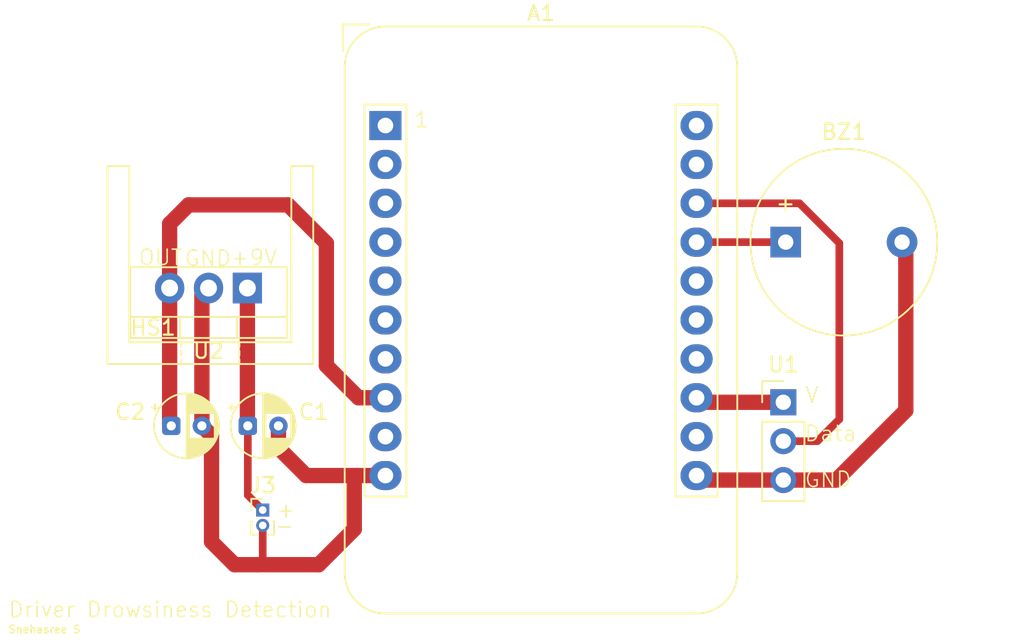
<source format=kicad_pcb>
(kicad_pcb (version 20241229) (generator "pcbnew") (generator_version "9.0")
  (title_block (title "Driver Drowsiness Detection System 1.0") (date "2025-07-03") (company "Snehasree Senthilkumar"))
  (layers (0 "F.Cu" signal) (2 "B.Cu" signal) (13 "F.Paste" user) (15 "B.Paste" user) (5 "F.SilkS" user "F.Silkscreen") (7 "B.SilkS" user "B.Silkscreen") (1 "F.Mask" user) (3 "B.Mask" user) (25 "Edge.Cuts" user))
  (net 0 "")
  (net 8 "Net-(A1-4)")
  (net 10 "GND")
  (net 11 "Net-(BZ1--)")
  (net 17 "Net-(A1-5)")
  (net 18 "+5V")
  (net 19 "Net-(A1-3V)")
  (net 21 "Net-(J3-Pin_1)")
  (footprint "Module:Adafruit_HUZZAH_ESP8266_breakout" (layer "F.Cu") (at 139.68 88.3)
    (property "Reference" "A1" (at 10.16 -7.35 0) (layer "F.SilkS"))
    (property "Value" "Adafruit_HUZZAH_ESP8266_breakout")
    (fp_line (start -2.79 -6.6) (end -1.04 -6.6) (stroke (width 0.12)) (layer "F.SilkS"))
    (fp_line (start -2.79 -4.85) (end -2.79 -6.6) (stroke (width 0.12)) (layer "F.SilkS"))
    (fp_line (start -2.66 -3.81) (end -2.66 29.21) (stroke (width 0.12)) (layer "F.SilkS"))
    (fp_line (start -1.37 -1.37) (end -1.37 24.23) (stroke (width 0.12)) (layer "F.SilkS"))
    (fp_line (start -1.37 24.23) (end 1.37 24.23) (stroke (width 0.12)) (layer "F.SilkS"))
    (fp_line (start 0 -6.47) (end 20.32 -6.47) (stroke (width 0.12)) (layer "F.SilkS"))
    (fp_line (start 0 31.87) (end 20.32 31.87) (stroke (width 0.12)) (layer "F.SilkS"))
    (fp_line (start 1.37 -1.37) (end -1.37 -1.37) (stroke (width 0.12)) (layer "F.SilkS"))
    (fp_line (start 1.37 24.23) (end 1.37 -1.37) (stroke (width 0.12)) (layer "F.SilkS"))
    (fp_line (start 18.95 -1.37) (end 18.95 24.23) (stroke (width 0.12)) (layer "F.SilkS"))
    (fp_line (start 18.95 24.23) (end 21.69 24.23) (stroke (width 0.12)) (layer "F.SilkS"))
    (fp_line (start 21.69 -1.37) (end 18.95 -1.37) (stroke (width 0.12)) (layer "F.SilkS"))
    (fp_line (start 21.69 24.23) (end 21.69 -1.37) (stroke (width 0.12)) (layer "F.SilkS"))
    (fp_line (start 22.98 -3.81) (end 22.98 29.21) (stroke (width 0.12)) (layer "F.SilkS"))
    (fp_arc (start -2.66 -3.81) (mid -1.880904 -5.690904) (end 0 -6.47) (stroke (width 0.12)) (layer "F.SilkS"))
    (fp_arc (start 0 31.87) (mid -1.880904 31.090904) (end -2.66 29.21) (stroke (width 0.12)) (layer "F.SilkS"))
    (fp_arc (start 20.32 -6.47) (mid 22.200904 -5.690904) (end 22.98 -3.81) (stroke (width 0.12)) (layer "F.SilkS"))
    (fp_arc (start 22.98 29.21) (mid 22.200904 31.090904) (end 20.32 31.87) (stroke (width 0.12)) (layer "F.SilkS"))
    (pad "1" thru_hole rect (at 0 0) (size 2.1 1.9) (drill 1.02) (layers "*.Cu" "*.Mask"))
    (pad "2" thru_hole oval (at 0 2.54) (size 2.1 1.9) (drill 1.02) (layers "*.Cu" "*.Mask"))
    (pad "3" thru_hole oval (at 0 5.08) (size 2.1 1.9) (drill 1.02) (layers "*.Cu" "*.Mask"))
    (pad "4" thru_hole oval (at 0 7.62) (size 2.1 1.9) (drill 1.02) (layers "*.Cu" "*.Mask"))
    (pad "5" thru_hole oval (at 0 10.16) (size 2.1 1.9) (drill 1.02) (layers "*.Cu" "*.Mask"))
    (pad "6" thru_hole oval (at 0 12.7) (size 2.1 1.9) (drill 1.02) (layers "*.Cu" "*.Mask"))
    (pad "7" thru_hole oval (at 0 15.24) (size 2.1 1.9) (drill 1.02) (layers "*.Cu" "*.Mask"))
    (pad "8" thru_hole oval (at 0 17.78) (size 2.1 1.9) (drill 1.02) (layers "*.Cu" "*.Mask") (net 18 "+5V"))
    (pad "9" thru_hole oval (at 0 20.32) (size 2.1 1.9) (drill 1.02) (layers "*.Cu" "*.Mask"))
    (pad "10" thru_hole oval (at 0 22.86) (size 2.1 1.9) (drill 1.02) (layers "*.Cu" "*.Mask") (net 10 "GND"))
    (pad "11" thru_hole oval (at 20.32 22.86) (size 2.1 1.9) (drill 1.02) (layers "*.Cu" "*.Mask") (net 11 "Net-(BZ1--)"))
    (pad "12" thru_hole oval (at 20.32 20.32) (size 2.1 1.9) (drill 1.02) (layers "*.Cu" "*.Mask"))
    (pad "13" thru_hole oval (at 20.32 17.78) (size 2.1 1.9) (drill 1.02) (layers "*.Cu" "*.Mask") (net 19 "Net-(A1-3V)"))
    (pad "14" thru_hole oval (at 20.32 15.24) (size 2.1 1.9) (drill 1.02) (layers "*.Cu" "*.Mask"))
    (pad "15" thru_hole oval (at 20.32 12.7) (size 2.1 1.9) (drill 1.02) (layers "*.Cu" "*.Mask"))
    (pad "16" thru_hole oval (at 20.32 10.16) (size 2.1 1.9) (drill 1.02) (layers "*.Cu" "*.Mask"))
    (pad "17" thru_hole oval (at 20.32 7.62) (size 2.1 1.9) (drill 1.02) (layers "*.Cu" "*.Mask") (net 8 "Net-(A1-4)"))
    (pad "18" thru_hole oval (at 20.32 5.08) (size 2.1 1.9) (drill 1.02) (layers "*.Cu" "*.Mask") (net 17 "Net-(A1-5)"))
    (pad "19" thru_hole oval (at 20.32 2.54) (size 2.1 1.9) (drill 1.02) (layers "*.Cu" "*.Mask"))
    (pad "20" thru_hole oval (at 20.32 0) (size 2.1 1.9) (drill 1.02) (layers "*.Cu" "*.Mask"))
  )
  (footprint "Connector_PinHeader_2.54mm:PinHeader_1x03_P2.54mm_Vertical" (layer "F.Cu") (at 165.665 106.375)
    (property "Reference" "U1" (at 0 -2.46 0) (layer "F.SilkS"))
    (property "Value" "IR Eyeblink Sensor")
    (fp_line (start -1.38 -1.38) (end 0 -1.38) (stroke (width 0.12)) (layer "F.SilkS"))
    (fp_line (start -1.38 0) (end -1.38 -1.38) (stroke (width 0.12)) (layer "F.SilkS"))
    (fp_line (start -1.38 1.27) (end -1.38 6.46) (stroke (width 0.12)) (layer "F.SilkS"))
    (fp_line (start -1.38 1.27) (end 1.38 1.27) (stroke (width 0.12)) (layer "F.SilkS"))
    (fp_line (start -1.38 6.46) (end 1.38 6.46) (stroke (width 0.12)) (layer "F.SilkS"))
    (fp_line (start 1.38 1.27) (end 1.38 6.46) (stroke (width 0.12)) (layer "F.SilkS"))
    (pad "1" thru_hole rect (at 0 0) (size 1.7 1.7) (drill 1) (layers "*.Cu" "*.Mask") (net 19 "Net-(A1-3V)"))
    (pad "2" thru_hole circle (at 0 2.54) (size 1.7 1.7) (drill 1) (layers "*.Cu" "*.Mask") (net 17 "Net-(A1-5)"))
    (pad "3" thru_hole circle (at 0 5.08) (size 1.7 1.7) (drill 1) (layers "*.Cu" "*.Mask") (net 11 "Net-(BZ1--)"))
  )
  (footprint "Capacitor_THT:CP_Radial_D4.0mm_P2.00mm" (layer "F.Cu") (at 125.692401 107.915)
    (property "Reference" "C2" (at -2.692401 -0.915 0) (layer "F.SilkS"))
    (property "Value" "10uF")
    (fp_line (start -1.269801 -1.195) (end -0.869801 -1.195) (stroke (width 0.12)) (layer "F.SilkS"))
    (fp_line (start -1.069801 -1.395) (end -1.069801 -0.995) (stroke (width 0.12)) (layer "F.SilkS"))
    (fp_line (start 1 -2.08) (end 1 2.08) (stroke (width 0.12)) (layer "F.SilkS"))
    (fp_line (start 1.04 -2.08) (end 1.04 2.08) (stroke (width 0.12)) (layer "F.SilkS"))
    (fp_line (start 1.08 -2.078) (end 1.08 2.078) (stroke (width 0.12)) (layer "F.SilkS"))
    (fp_line (start 1.12 -2.077) (end 1.12 2.077) (stroke (width 0.12)) (layer "F.SilkS"))
    (fp_line (start 1.16 -2.074) (end 1.16 2.074) (stroke (width 0.12)) (layer "F.SilkS"))
    (fp_line (start 1.2 -2.071) (end 1.2 -0.84) (stroke (width 0.12)) (layer "F.SilkS"))
    (fp_line (start 1.2 0.84) (end 1.2 2.071) (stroke (width 0.12)) (layer "F.SilkS"))
    (fp_line (start 1.24 -2.066) (end 1.24 -0.84) (stroke (width 0.12)) (layer "F.SilkS"))
    (fp_line (start 1.24 0.84) (end 1.24 2.066) (stroke (width 0.12)) (layer "F.SilkS"))
    (fp_line (start 1.28 -2.061) (end 1.28 -0.84) (stroke (width 0.12)) (layer "F.SilkS"))
    (fp_line (start 1.28 0.84) (end 1.28 2.061) (stroke (width 0.12)) (layer "F.SilkS"))
    (fp_line (start 1.32 -2.056) (end 1.32 -0.84) (stroke (width 0.12)) (layer "F.SilkS"))
    (fp_line (start 1.32 0.84) (end 1.32 2.056) (stroke (width 0.12)) (layer "F.SilkS"))
    (fp_line (start 1.36 -2.049) (end 1.36 -0.84) (stroke (width 0.12)) (layer "F.SilkS"))
    (fp_line (start 1.36 0.84) (end 1.36 2.049) (stroke (width 0.12)) (layer "F.SilkS"))
    (fp_line (start 1.4 -2.042) (end 1.4 -0.84) (stroke (width 0.12)) (layer "F.SilkS"))
    (fp_line (start 1.4 0.84) (end 1.4 2.042) (stroke (width 0.12)) (layer "F.SilkS"))
    (fp_line (start 1.44 -2.034) (end 1.44 -0.84) (stroke (width 0.12)) (layer "F.SilkS"))
    (fp_line (start 1.44 0.84) (end 1.44 2.034) (stroke (width 0.12)) (layer "F.SilkS"))
    (fp_line (start 1.48 -2.025) (end 1.48 -0.84) (stroke (width 0.12)) (layer "F.SilkS"))
    (fp_line (start 1.48 0.84) (end 1.48 2.025) (stroke (width 0.12)) (layer "F.SilkS"))
    (fp_line (start 1.52 -2.015) (end 1.52 -0.84) (stroke (width 0.12)) (layer "F.SilkS"))
    (fp_line (start 1.52 0.84) (end 1.52 2.015) (stroke (width 0.12)) (layer "F.SilkS"))
    (fp_line (start 1.56 -2.005) (end 1.56 -0.84) (stroke (width 0.12)) (layer "F.SilkS"))
    (fp_line (start 1.56 0.84) (end 1.56 2.005) (stroke (width 0.12)) (layer "F.SilkS"))
    (fp_line (start 1.6 -1.993) (end 1.6 -0.84) (stroke (width 0.12)) (layer "F.SilkS"))
    (fp_line (start 1.6 0.84) (end 1.6 1.993) (stroke (width 0.12)) (layer "F.SilkS"))
    (fp_line (start 1.64 -1.981) (end 1.64 -0.84) (stroke (width 0.12)) (layer "F.SilkS"))
    (fp_line (start 1.64 0.84) (end 1.64 1.981) (stroke (width 0.12)) (layer "F.SilkS"))
    (fp_line (start 1.68 -1.968) (end 1.68 -0.84) (stroke (width 0.12)) (layer "F.SilkS"))
    (fp_line (start 1.68 0.84) (end 1.68 1.968) (stroke (width 0.12)) (layer "F.SilkS"))
    (fp_line (start 1.72 -1.954) (end 1.72 -0.84) (stroke (width 0.12)) (layer "F.SilkS"))
    (fp_line (start 1.72 0.84) (end 1.72 1.954) (stroke (width 0.12)) (layer "F.SilkS"))
    (fp_line (start 1.76 -1.939) (end 1.76 -0.84) (stroke (width 0.12)) (layer "F.SilkS"))
    (fp_line (start 1.76 0.84) (end 1.76 1.939) (stroke (width 0.12)) (layer "F.SilkS"))
    (fp_line (start 1.8 -1.923) (end 1.8 -0.84) (stroke (width 0.12)) (layer "F.SilkS"))
    (fp_line (start 1.8 0.84) (end 1.8 1.923) (stroke (width 0.12)) (layer "F.SilkS"))
    (fp_line (start 1.84 -1.906) (end 1.84 -0.84) (stroke (width 0.12)) (layer "F.SilkS"))
    (fp_line (start 1.84 0.84) (end 1.84 1.906) (stroke (width 0.12)) (layer "F.SilkS"))
    (fp_line (start 1.88 -1.889) (end 1.88 -0.84) (stroke (width 0.12)) (layer "F.SilkS"))
    (fp_line (start 1.88 0.84) (end 1.88 1.889) (stroke (width 0.12)) (layer "F.SilkS"))
    (fp_line (start 1.92 -1.87) (end 1.92 -0.84) (stroke (width 0.12)) (layer "F.SilkS"))
    (fp_line (start 1.92 0.84) (end 1.92 1.87) (stroke (width 0.12)) (layer "F.SilkS"))
    (fp_line (start 1.96 -1.85) (end 1.96 -0.84) (stroke (width 0.12)) (layer "F.SilkS"))
    (fp_line (start 1.96 0.84) (end 1.96 1.85) (stroke (width 0.12)) (layer "F.SilkS"))
    (fp_line (start 2 -1.829) (end 2 -0.84) (stroke (width 0.12)) (layer "F.SilkS"))
    (fp_line (start 2 0.84) (end 2 1.829) (stroke (width 0.12)) (layer "F.SilkS"))
    (fp_line (start 2.04 -1.807) (end 2.04 -0.84) (stroke (width 0.12)) (layer "F.SilkS"))
    (fp_line (start 2.04 0.84) (end 2.04 1.807) (stroke (width 0.12)) (layer "F.SilkS"))
    (fp_line (start 2.08 -1.784) (end 2.08 -0.84) (stroke (width 0.12)) (layer "F.SilkS"))
    (fp_line (start 2.08 0.84) (end 2.08 1.784) (stroke (width 0.12)) (layer "F.SilkS"))
    (fp_line (start 2.12 -1.76) (end 2.12 -0.84) (stroke (width 0.12)) (layer "F.SilkS"))
    (fp_line (start 2.12 0.84) (end 2.12 1.76) (stroke (width 0.12)) (layer "F.SilkS"))
    (fp_line (start 2.16 -1.734) (end 2.16 -0.84) (stroke (width 0.12)) (layer "F.SilkS"))
    (fp_line (start 2.16 0.84) (end 2.16 1.734) (stroke (width 0.12)) (layer "F.SilkS"))
    (fp_line (start 2.2 -1.708) (end 2.2 -0.84) (stroke (width 0.12)) (layer "F.SilkS"))
    (fp_line (start 2.2 0.84) (end 2.2 1.708) (stroke (width 0.12)) (layer "F.SilkS"))
    (fp_line (start 2.24 -1.68) (end 2.24 -0.84) (stroke (width 0.12)) (layer "F.SilkS"))
    (fp_line (start 2.24 0.84) (end 2.24 1.68) (stroke (width 0.12)) (layer "F.SilkS"))
    (fp_line (start 2.28 -1.65) (end 2.28 -0.84) (stroke (width 0.12)) (layer "F.SilkS"))
    (fp_line (start 2.28 0.84) (end 2.28 1.65) (stroke (width 0.12)) (layer "F.SilkS"))
    (fp_line (start 2.32 -1.619) (end 2.32 -0.84) (stroke (width 0.12)) (layer "F.SilkS"))
    (fp_line (start 2.32 0.84) (end 2.32 1.619) (stroke (width 0.12)) (layer "F.SilkS"))
    (fp_line (start 2.36 -1.586) (end 2.36 -0.84) (stroke (width 0.12)) (layer "F.SilkS"))
    (fp_line (start 2.36 0.84) (end 2.36 1.586) (stroke (width 0.12)) (layer "F.SilkS"))
    (fp_line (start 2.4 -1.552) (end 2.4 -0.84) (stroke (width 0.12)) (layer "F.SilkS"))
    (fp_line (start 2.4 0.84) (end 2.4 1.552) (stroke (width 0.12)) (layer "F.SilkS"))
    (fp_line (start 2.44 -1.516) (end 2.44 -0.84) (stroke (width 0.12)) (layer "F.SilkS"))
    (fp_line (start 2.44 0.84) (end 2.44 1.516) (stroke (width 0.12)) (layer "F.SilkS"))
    (fp_line (start 2.48 -1.478) (end 2.48 -0.84) (stroke (width 0.12)) (layer "F.SilkS"))
    (fp_line (start 2.48 0.84) (end 2.48 1.478) (stroke (width 0.12)) (layer "F.SilkS"))
    (fp_line (start 2.52 -1.438) (end 2.52 -0.84) (stroke (width 0.12)) (layer "F.SilkS"))
    (fp_line (start 2.52 0.84) (end 2.52 1.438) (stroke (width 0.12)) (layer "F.SilkS"))
    (fp_line (start 2.56 -1.396) (end 2.56 -0.84) (stroke (width 0.12)) (layer "F.SilkS"))
    (fp_line (start 2.56 0.84) (end 2.56 1.396) (stroke (width 0.12)) (layer "F.SilkS"))
    (fp_line (start 2.6 -1.351) (end 2.6 -0.84) (stroke (width 0.12)) (layer "F.SilkS"))
    (fp_line (start 2.6 0.84) (end 2.6 1.351) (stroke (width 0.12)) (layer "F.SilkS"))
    (fp_line (start 2.64 -1.303) (end 2.64 -0.84) (stroke (width 0.12)) (layer "F.SilkS"))
    (fp_line (start 2.64 0.84) (end 2.64 1.303) (stroke (width 0.12)) (layer "F.SilkS"))
    (fp_line (start 2.68 -1.253) (end 2.68 -0.84) (stroke (width 0.12)) (layer "F.SilkS"))
    (fp_line (start 2.68 0.84) (end 2.68 1.253) (stroke (width 0.12)) (layer "F.SilkS"))
    (fp_line (start 2.72 -1.199) (end 2.72 -0.84) (stroke (width 0.12)) (layer "F.SilkS"))
    (fp_line (start 2.72 0.84) (end 2.72 1.199) (stroke (width 0.12)) (layer "F.SilkS"))
    (fp_line (start 2.76 -1.142) (end 2.76 -0.84) (stroke (width 0.12)) (layer "F.SilkS"))
    (fp_line (start 2.76 0.84) (end 2.76 1.142) (stroke (width 0.12)) (layer "F.SilkS"))
    (fp_line (start 2.8 -1.08) (end 2.8 -0.84) (stroke (width 0.12)) (layer "F.SilkS"))
    (fp_line (start 2.8 0.84) (end 2.8 1.08) (stroke (width 0.12)) (layer "F.SilkS"))
    (fp_line (start 2.84 -1.013) (end 2.84 1.013) (stroke (width 0.12)) (layer "F.SilkS"))
    (fp_line (start 2.88 -0.94) (end 2.88 0.94) (stroke (width 0.12)) (layer "F.SilkS"))
    (fp_line (start 2.92 -0.859) (end 2.92 0.859) (stroke (width 0.12)) (layer "F.SilkS"))
    (fp_line (start 2.96 -0.768) (end 2.96 0.768) (stroke (width 0.12)) (layer "F.SilkS"))
    (fp_line (start 3 -0.663) (end 3 0.663) (stroke (width 0.12)) (layer "F.SilkS"))
    (fp_line (start 3.04 -0.537) (end 3.04 0.537) (stroke (width 0.12)) (layer "F.SilkS"))
    (fp_line (start 3.08 -0.37) (end 3.08 0.37) (stroke (width 0.12)) (layer "F.SilkS"))
    (fp_circle (center 1 0) (end 3.12 0) (stroke (width 0.12)) (fill no) (layer "F.SilkS"))
    (pad "1" thru_hole roundrect (at 0 0) (size 1.2 1.2) (drill 0.6) (layers "*.Cu" "*.Mask") (roundrect_rratio 0.208333) (net 18 "+5V"))
    (pad "2" thru_hole circle (at 2 0) (size 1.2 1.2) (drill 0.6) (layers "*.Cu" "*.Mask") (net 10 "GND"))
  )
  (footprint "Connector_PinHeader_1.00mm:PinHeader_1x02_P1.00mm_Vertical" (layer "F.Cu") (at 131.665 113.415)
    (property "Reference" "J3" (at 0 -1.61 0) (layer "F.SilkS"))
    (property "Value" "Conn_01x02_Pin")
    (fp_line (start -0.745 -0.735) (end 0 -0.735) (stroke (width 0.12)) (layer "F.SilkS"))
    (fp_line (start -0.745 0) (end -0.745 -0.735) (stroke (width 0.12)) (layer "F.SilkS"))
    (fp_line (start -0.745 0.735) (end -0.745 1.61) (stroke (width 0.12)) (layer "F.SilkS"))
    (fp_line (start -0.745 0.735) (end -0.685565 0.735) (stroke (width 0.12)) (layer "F.SilkS"))
    (fp_line (start -0.745 1.61) (end -0.41003 1.61) (stroke (width 0.12)) (layer "F.SilkS"))
    (fp_line (start 0.41003 1.61) (end 0.745 1.61) (stroke (width 0.12)) (layer "F.SilkS"))
    (fp_line (start 0.685565 0.735) (end 0.745 0.735) (stroke (width 0.12)) (layer "F.SilkS"))
    (fp_line (start 0.745 0.735) (end 0.745 1.61) (stroke (width 0.12)) (layer "F.SilkS"))
    (pad "1" thru_hole rect (at 0 0) (size 0.85 0.85) (drill 0.5) (layers "*.Cu" "*.Mask") (net 21 "Net-(J3-Pin_1)"))
    (pad "2" thru_hole circle (at 0 1) (size 0.85 0.85) (drill 0.5) (layers "*.Cu" "*.Mask") (net 10 "GND"))
  )
  (footprint "Buzzer_Beeper:Buzzer_12x9.5RM7.6" (layer "F.Cu") (at 165.8225 95.915)
    (property "Reference" "BZ1" (at 3.8 -7.2 0) (layer "F.SilkS"))
    (property "Value" "Buzzer")
    (fp_circle (center 3.8 0) (end 9.9 0) (stroke (width 0.12)) (fill no) (layer "F.SilkS"))
    (fp_text user "+" (at -0.01 -2.54 0) (layer "F.SilkS"))
    (pad "1" thru_hole rect (at 0 0) (size 2 2) (drill 1) (layers "*.Cu" "*.Mask") (net 8 "Net-(A1-4)"))
    (pad "2" thru_hole circle (at 7.6 0) (size 2 2) (drill 1) (layers "*.Cu" "*.Mask") (net 11 "Net-(BZ1--)"))
  )
  (footprint "Capacitor_THT:CP_Radial_D4.0mm_P2.00mm" (layer "F.Cu") (at 130.692401 107.915)
    (property "Reference" "C1" (at 4.307599 -0.915 0) (layer "F.SilkS"))
    (property "Value" "10uF")
    (fp_line (start -1.269801 -1.195) (end -0.869801 -1.195) (stroke (width 0.12)) (layer "F.SilkS"))
    (fp_line (start -1.069801 -1.395) (end -1.069801 -0.995) (stroke (width 0.12)) (layer "F.SilkS"))
    (fp_line (start 1 -2.08) (end 1 2.08) (stroke (width 0.12)) (layer "F.SilkS"))
    (fp_line (start 1.04 -2.08) (end 1.04 2.08) (stroke (width 0.12)) (layer "F.SilkS"))
    (fp_line (start 1.08 -2.078) (end 1.08 2.078) (stroke (width 0.12)) (layer "F.SilkS"))
    (fp_line (start 1.12 -2.077) (end 1.12 2.077) (stroke (width 0.12)) (layer "F.SilkS"))
    (fp_line (start 1.16 -2.074) (end 1.16 2.074) (stroke (width 0.12)) (layer "F.SilkS"))
    (fp_line (start 1.2 -2.071) (end 1.2 -0.84) (stroke (width 0.12)) (layer "F.SilkS"))
    (fp_line (start 1.2 0.84) (end 1.2 2.071) (stroke (width 0.12)) (layer "F.SilkS"))
    (fp_line (start 1.24 -2.066) (end 1.24 -0.84) (stroke (width 0.12)) (layer "F.SilkS"))
    (fp_line (start 1.24 0.84) (end 1.24 2.066) (stroke (width 0.12)) (layer "F.SilkS"))
    (fp_line (start 1.28 -2.061) (end 1.28 -0.84) (stroke (width 0.12)) (layer "F.SilkS"))
    (fp_line (start 1.28 0.84) (end 1.28 2.061) (stroke (width 0.12)) (layer "F.SilkS"))
    (fp_line (start 1.32 -2.056) (end 1.32 -0.84) (stroke (width 0.12)) (layer "F.SilkS"))
    (fp_line (start 1.32 0.84) (end 1.32 2.056) (stroke (width 0.12)) (layer "F.SilkS"))
    (fp_line (start 1.36 -2.049) (end 1.36 -0.84) (stroke (width 0.12)) (layer "F.SilkS"))
    (fp_line (start 1.36 0.84) (end 1.36 2.049) (stroke (width 0.12)) (layer "F.SilkS"))
    (fp_line (start 1.4 -2.042) (end 1.4 -0.84) (stroke (width 0.12)) (layer "F.SilkS"))
    (fp_line (start 1.4 0.84) (end 1.4 2.042) (stroke (width 0.12)) (layer "F.SilkS"))
    (fp_line (start 1.44 -2.034) (end 1.44 -0.84) (stroke (width 0.12)) (layer "F.SilkS"))
    (fp_line (start 1.44 0.84) (end 1.44 2.034) (stroke (width 0.12)) (layer "F.SilkS"))
    (fp_line (start 1.48 -2.025) (end 1.48 -0.84) (stroke (width 0.12)) (layer "F.SilkS"))
    (fp_line (start 1.48 0.84) (end 1.48 2.025) (stroke (width 0.12)) (layer "F.SilkS"))
    (fp_line (start 1.52 -2.015) (end 1.52 -0.84) (stroke (width 0.12)) (layer "F.SilkS"))
    (fp_line (start 1.52 0.84) (end 1.52 2.015) (stroke (width 0.12)) (layer "F.SilkS"))
    (fp_line (start 1.56 -2.005) (end 1.56 -0.84) (stroke (width 0.12)) (layer "F.SilkS"))
    (fp_line (start 1.56 0.84) (end 1.56 2.005) (stroke (width 0.12)) (layer "F.SilkS"))
    (fp_line (start 1.6 -1.993) (end 1.6 -0.84) (stroke (width 0.12)) (layer "F.SilkS"))
    (fp_line (start 1.6 0.84) (end 1.6 1.993) (stroke (width 0.12)) (layer "F.SilkS"))
    (fp_line (start 1.64 -1.981) (end 1.64 -0.84) (stroke (width 0.12)) (layer "F.SilkS"))
    (fp_line (start 1.64 0.84) (end 1.64 1.981) (stroke (width 0.12)) (layer "F.SilkS"))
    (fp_line (start 1.68 -1.968) (end 1.68 -0.84) (stroke (width 0.12)) (layer "F.SilkS"))
    (fp_line (start 1.68 0.84) (end 1.68 1.968) (stroke (width 0.12)) (layer "F.SilkS"))
    (fp_line (start 1.72 -1.954) (end 1.72 -0.84) (stroke (width 0.12)) (layer "F.SilkS"))
    (fp_line (start 1.72 0.84) (end 1.72 1.954) (stroke (width 0.12)) (layer "F.SilkS"))
    (fp_line (start 1.76 -1.939) (end 1.76 -0.84) (stroke (width 0.12)) (layer "F.SilkS"))
    (fp_line (start 1.76 0.84) (end 1.76 1.939) (stroke (width 0.12)) (layer "F.SilkS"))
    (fp_line (start 1.8 -1.923) (end 1.8 -0.84) (stroke (width 0.12)) (layer "F.SilkS"))
    (fp_line (start 1.8 0.84) (end 1.8 1.923) (stroke (width 0.12)) (layer "F.SilkS"))
    (fp_line (start 1.84 -1.906) (end 1.84 -0.84) (stroke (width 0.12)) (layer "F.SilkS"))
    (fp_line (start 1.84 0.84) (end 1.84 1.906) (stroke (width 0.12)) (layer "F.SilkS"))
    (fp_line (start 1.88 -1.889) (end 1.88 -0.84) (stroke (width 0.12)) (layer "F.SilkS"))
    (fp_line (start 1.88 0.84) (end 1.88 1.889) (stroke (width 0.12)) (layer "F.SilkS"))
    (fp_line (start 1.92 -1.87) (end 1.92 -0.84) (stroke (width 0.12)) (layer "F.SilkS"))
    (fp_line (start 1.92 0.84) (end 1.92 1.87) (stroke (width 0.12)) (layer "F.SilkS"))
    (fp_line (start 1.96 -1.85) (end 1.96 -0.84) (stroke (width 0.12)) (layer "F.SilkS"))
    (fp_line (start 1.96 0.84) (end 1.96 1.85) (stroke (width 0.12)) (layer "F.SilkS"))
    (fp_line (start 2 -1.829) (end 2 -0.84) (stroke (width 0.12)) (layer "F.SilkS"))
    (fp_line (start 2 0.84) (end 2 1.829) (stroke (width 0.12)) (layer "F.SilkS"))
    (fp_line (start 2.04 -1.807) (end 2.04 -0.84) (stroke (width 0.12)) (layer "F.SilkS"))
    (fp_line (start 2.04 0.84) (end 2.04 1.807) (stroke (width 0.12)) (layer "F.SilkS"))
    (fp_line (start 2.08 -1.784) (end 2.08 -0.84) (stroke (width 0.12)) (layer "F.SilkS"))
    (fp_line (start 2.08 0.84) (end 2.08 1.784) (stroke (width 0.12)) (layer "F.SilkS"))
    (fp_line (start 2.12 -1.76) (end 2.12 -0.84) (stroke (width 0.12)) (layer "F.SilkS"))
    (fp_line (start 2.12 0.84) (end 2.12 1.76) (stroke (width 0.12)) (layer "F.SilkS"))
    (fp_line (start 2.16 -1.734) (end 2.16 -0.84) (stroke (width 0.12)) (layer "F.SilkS"))
    (fp_line (start 2.16 0.84) (end 2.16 1.734) (stroke (width 0.12)) (layer "F.SilkS"))
    (fp_line (start 2.2 -1.708) (end 2.2 -0.84) (stroke (width 0.12)) (layer "F.SilkS"))
    (fp_line (start 2.2 0.84) (end 2.2 1.708) (stroke (width 0.12)) (layer "F.SilkS"))
    (fp_line (start 2.24 -1.68) (end 2.24 -0.84) (stroke (width 0.12)) (layer "F.SilkS"))
    (fp_line (start 2.24 0.84) (end 2.24 1.68) (stroke (width 0.12)) (layer "F.SilkS"))
    (fp_line (start 2.28 -1.65) (end 2.28 -0.84) (stroke (width 0.12)) (layer "F.SilkS"))
    (fp_line (start 2.28 0.84) (end 2.28 1.65) (stroke (width 0.12)) (layer "F.SilkS"))
    (fp_line (start 2.32 -1.619) (end 2.32 -0.84) (stroke (width 0.12)) (layer "F.SilkS"))
    (fp_line (start 2.32 0.84) (end 2.32 1.619) (stroke (width 0.12)) (layer "F.SilkS"))
    (fp_line (start 2.36 -1.586) (end 2.36 -0.84) (stroke (width 0.12)) (layer "F.SilkS"))
    (fp_line (start 2.36 0.84) (end 2.36 1.586) (stroke (width 0.12)) (layer "F.SilkS"))
    (fp_line (start 2.4 -1.552) (end 2.4 -0.84) (stroke (width 0.12)) (layer "F.SilkS"))
    (fp_line (start 2.4 0.84) (end 2.4 1.552) (stroke (width 0.12)) (layer "F.SilkS"))
    (fp_line (start 2.44 -1.516) (end 2.44 -0.84) (stroke (width 0.12)) (layer "F.SilkS"))
    (fp_line (start 2.44 0.84) (end 2.44 1.516) (stroke (width 0.12)) (layer "F.SilkS"))
    (fp_line (start 2.48 -1.478) (end 2.48 -0.84) (stroke (width 0.12)) (layer "F.SilkS"))
    (fp_line (start 2.48 0.84) (end 2.48 1.478) (stroke (width 0.12)) (layer "F.SilkS"))
    (fp_line (start 2.52 -1.438) (end 2.52 -0.84) (stroke (width 0.12)) (layer "F.SilkS"))
    (fp_line (start 2.52 0.84) (end 2.52 1.438) (stroke (width 0.12)) (layer "F.SilkS"))
    (fp_line (start 2.56 -1.396) (end 2.56 -0.84) (stroke (width 0.12)) (layer "F.SilkS"))
    (fp_line (start 2.56 0.84) (end 2.56 1.396) (stroke (width 0.12)) (layer "F.SilkS"))
    (fp_line (start 2.6 -1.351) (end 2.6 -0.84) (stroke (width 0.12)) (layer "F.SilkS"))
    (fp_line (start 2.6 0.84) (end 2.6 1.351) (stroke (width 0.12)) (layer "F.SilkS"))
    (fp_line (start 2.64 -1.303) (end 2.64 -0.84) (stroke (width 0.12)) (layer "F.SilkS"))
    (fp_line (start 2.64 0.84) (end 2.64 1.303) (stroke (width 0.12)) (layer "F.SilkS"))
    (fp_line (start 2.68 -1.253) (end 2.68 -0.84) (stroke (width 0.12)) (layer "F.SilkS"))
    (fp_line (start 2.68 0.84) (end 2.68 1.253) (stroke (width 0.12)) (layer "F.SilkS"))
    (fp_line (start 2.72 -1.199) (end 2.72 -0.84) (stroke (width 0.12)) (layer "F.SilkS"))
    (fp_line (start 2.72 0.84) (end 2.72 1.199) (stroke (width 0.12)) (layer "F.SilkS"))
    (fp_line (start 2.76 -1.142) (end 2.76 -0.84) (stroke (width 0.12)) (layer "F.SilkS"))
    (fp_line (start 2.76 0.84) (end 2.76 1.142) (stroke (width 0.12)) (layer "F.SilkS"))
    (fp_line (start 2.8 -1.08) (end 2.8 -0.84) (stroke (width 0.12)) (layer "F.SilkS"))
    (fp_line (start 2.8 0.84) (end 2.8 1.08) (stroke (width 0.12)) (layer "F.SilkS"))
    (fp_line (start 2.84 -1.013) (end 2.84 1.013) (stroke (width 0.12)) (layer "F.SilkS"))
    (fp_line (start 2.88 -0.94) (end 2.88 0.94) (stroke (width 0.12)) (layer "F.SilkS"))
    (fp_line (start 2.92 -0.859) (end 2.92 0.859) (stroke (width 0.12)) (layer "F.SilkS"))
    (fp_line (start 2.96 -0.768) (end 2.96 0.768) (stroke (width 0.12)) (layer "F.SilkS"))
    (fp_line (start 3 -0.663) (end 3 0.663) (stroke (width 0.12)) (layer "F.SilkS"))
    (fp_line (start 3.04 -0.537) (end 3.04 0.537) (stroke (width 0.12)) (layer "F.SilkS"))
    (fp_line (start 3.08 -0.37) (end 3.08 0.37) (stroke (width 0.12)) (layer "F.SilkS"))
    (fp_circle (center 1 0) (end 3.12 0) (stroke (width 0.12)) (fill no) (layer "F.SilkS"))
    (pad "1" thru_hole roundrect (at 0 0) (size 1.2 1.2) (drill 0.6) (layers "*.Cu" "*.Mask") (roundrect_rratio 0.208333) (net 21 "Net-(J3-Pin_1)"))
    (pad "2" thru_hole circle (at 2 0) (size 1.2 1.2) (drill 0.6) (layers "*.Cu" "*.Mask") (net 10 "GND"))
  )
  (footprint "Heatsink:Heatsink_Stonecold_HS-S03_13.21x12.7mm" (layer "F.Cu") (at 128.245 103.765 180)
    (property "Reference" "HS1" (at 3.745 2.265 0) (layer "F.SilkS"))
    (property "Value" "Heatsink")
    (fp_line (start 6.72 -0.11) (end 6.72 12.81) (stroke (width 0.12)) (layer "F.SilkS"))
    (fp_line (start 5.29 12.81) (end 6.72 12.81) (stroke (width 0.12)) (layer "F.SilkS"))
    (fp_line (start 5.29 1.31) (end 5.29 12.81) (stroke (width 0.12)) (layer "F.SilkS"))
    (fp_line (start 1.9 1.01) (end 1.9 1.31) (stroke (width 0.12)) (layer "F.SilkS"))
    (fp_line (start 1.9 0.45) (end 1.9 0.75) (stroke (width 0.12)) (layer "F.SilkS"))
    (fp_line (start 1.9 -0.11) (end 1.9 0.19) (stroke (width 0.12)) (layer "F.SilkS"))
    (fp_line (start -1.9 1.01) (end -1.9 1.31) (stroke (width 0.12)) (layer "F.SilkS"))
    (fp_line (start -1.9 0.45) (end -1.9 0.75) (stroke (width 0.12)) (layer "F.SilkS"))
    (fp_line (start -1.9 -0.11) (end -1.9 0.19) (stroke (width 0.12)) (layer "F.SilkS"))
    (fp_line (start -5.29 12.81) (end -5.29 1.31) (stroke (width 0.12)) (layer "F.SilkS"))
    (fp_line (start -5.29 1.31) (end 5.29 1.31) (stroke (width 0.12)) (layer "F.SilkS"))
    (fp_line (start -6.72 12.81) (end -5.29 12.81) (stroke (width 0.12)) (layer "F.SilkS"))
    (fp_line (start -6.72 -0.11) (end 6.72 -0.11) (stroke (width 0.12)) (layer "F.SilkS"))
    (fp_line (start -6.72 -0.11) (end -6.72 12.81) (stroke (width 0.12)) (layer "F.SilkS"))
  )
  (footprint "Package_TO_SOT_THT:TO-220-3_Vertical" (layer "F.Cu") (at 130.665 98.915 180)
    (property "Reference" "U2" (at 2.54 -4.1 0) (layer "F.SilkS"))
    (property "Value" "LM7805_TO220")
    (fp_line (start 7.65 -3.26) (end 7.65 1.36) (stroke (width 0.12)) (layer "F.SilkS"))
    (fp_line (start 4.39 -3.26) (end 4.39 -1.88) (stroke (width 0.12)) (layer "F.SilkS"))
    (fp_line (start 0.69 -3.26) (end 0.69 -1.88) (stroke (width 0.12)) (layer "F.SilkS"))
    (fp_line (start -2.57 1.36) (end 7.65 1.36) (stroke (width 0.12)) (layer "F.SilkS"))
    (fp_line (start -2.57 -1.88) (end 7.65 -1.88) (stroke (width 0.12)) (layer "F.SilkS"))
    (fp_line (start -2.57 -3.26) (end 7.65 -3.26) (stroke (width 0.12)) (layer "F.SilkS"))
    (fp_line (start -2.57 -3.26) (end -2.57 1.36) (stroke (width 0.12)) (layer "F.SilkS"))
    (pad "1" thru_hole rect (at 0 0 180) (size 1.905 2) (drill 1.1) (layers "*.Cu" "*.Mask") (net 21 "Net-(J3-Pin_1)"))
    (pad "2" thru_hole oval (at 2.54 0 180) (size 1.905 2) (drill 1.1) (layers "*.Cu" "*.Mask") (net 10 "GND"))
    (pad "3" thru_hole oval (at 5.08 0 180) (size 1.905 2) (drill 1.1) (layers "*.Cu" "*.Mask") (net 18 "+5V"))
  )
  (gr_text "Driver Drowsiness Detection " (at 115 120.5 0) (layer "F.SilkS") (effects (font (size 1 1) (thickness 0.1)) (justify left bottom)))
  (gr_text "-\n" (at 132.41 115.025 0) (layer "F.SilkS") (effects (font (size 1 1) (thickness 0.1)) (justify left bottom)))
  (gr_text "V\n" (at 167.045 106.5 0) (layer "F.SilkS") (effects (font (size 1 1) (thickness 0.1)) (justify left bottom)))
  (gr_text "GND\n" (at 126.5 97.555 0) (layer "F.SilkS") (effects (font (size 1 1) (thickness 0.1)) (justify left bottom)))
  (gr_text "+9V\n" (at 129.5 97.5 0) (layer "F.SilkS") (effects (font (size 1 1) (thickness 0.1)) (justify left bottom)))
  (gr_text "Data" (at 167 109 0) (layer "F.SilkS") (effects (font (size 1 1) (thickness 0.1)) (justify left bottom)))
  (gr_text "+\n" (at 132.5 114 0) (layer "F.SilkS") (effects (font (size 1 1) (thickness 0.1)) (justify left bottom)))
  (gr_text "1\n" (at 141.5 88.5 0) (layer "F.SilkS") (effects (font (size 1 1) (thickness 0.1)) (justify left bottom)))
  (gr_text "GND" (at 167 112 0) (layer "F.SilkS") (effects (font (size 1 1) (thickness 0.1)) (justify left bottom)))
  (gr_text "Snehasree S" (at 115 121.5 0) (layer "F.SilkS") (effects (font (size 0.5 0.5) (thickness 0.1)) (justify left bottom)))
  (gr_text "OUT\n" (at 123.5 97.5 0) (layer "F.SilkS") (effects (font (size 1 1) (thickness 0.1)) (justify left bottom)))
  (segment (start 160.005 95.915) (end 160 95.92) (width 0.2) (layer "F.Cu") (net 8))
  (segment (start 165.865 95.915) (end 160.005 95.915) (width 0.5) (layer "F.Cu") (net 8))
  (segment (start 128.125 98.915) (end 127.692401 99.347599) (width 0.2) (layer "F.Cu") (net 10))
  (segment (start 131.665 116.64) (end 131.3225 116.9825) (width 0.2) (layer "F.Cu") (net 10))
  (segment (start 131.3225 116.9825) (end 135.3225 116.9825) (width 1) (layer "F.Cu") (net 10))
  (segment (start 127.692401 107.887599) (end 127.665 107.915) (width 0.2) (layer "F.Cu") (net 10))
  (segment (start 137.645 114.66) (end 137.645 111.16) (width 1) (layer "F.Cu") (net 10))
  (segment (start 135.3225 116.9825) (end 137.645 114.66) (width 1) (layer "F.Cu") (net 10))
  (segment (start 137.645 111.16) (end 137.92 111.16) (width 0.2) (layer "F.Cu") (net 10))
  (segment (start 127.692401 107.915) (end 128.3225 108.545099) (width 1) (layer "F.Cu") (net 10))
  (segment (start 132.692401 109.352401) (end 134.5 111.16) (width 1) (layer "F.Cu") (net 10))
  (segment (start 132.692401 107.915) (end 132.692401 109.352401) (width 1) (layer "F.Cu") (net 10))
  (segment (start 131.665 114.415) (end 131.665 116.64) (width 0.5) (layer "F.Cu") (net 10))
  (segment (start 128.3225 108.545099) (end 128.3225 115.4825) (width 1) (layer "F.Cu") (net 10))
  (segment (start 128.3225 115.4825) (end 129.8225 116.9825) (width 1) (layer "F.Cu") (net 10))
  (segment (start 129.8225 116.9825) (end 131.3225 116.9825) (width 1) (layer "F.Cu") (net 10))
  (segment (start 134.5 111.16) (end 137.92 111.16) (width 1) (layer "F.Cu") (net 10))
  (segment (start 127.692401 99.347599) (end 127.692401 107.887599) (width 1) (layer "F.Cu") (net 10))
  (segment (start 137.92 111.16) (end 139.68 111.16) (width 1) (layer "F.Cu") (net 10))
  (segment (start 173.665 106.915) (end 169.125 111.455) (width 1) (layer "F.Cu") (net 11))
  (segment (start 165.665 111.455) (end 160.295 111.455) (width 1) (layer "F.Cu") (net 11))
  (segment (start 160.295 111.455) (end 160 111.16) (width 0.2) (layer "F.Cu") (net 11))
  (segment (start 169.125 111.455) (end 165.665 111.455) (width 1) (layer "F.Cu") (net 11))
  (segment (start 173.465 95.915) (end 173.665 96.115) (width 0.2) (layer "F.Cu") (net 11))
  (segment (start 173.665 96.115) (end 173.665 106.915) (width 1) (layer "F.Cu") (net 11))
  (segment (start 166.72 93.38) (end 160 93.38) (width 0.5) (layer "F.Cu") (net 17))
  (segment (start 169.3225 95.9825) (end 166.72 93.38) (width 0.5) (layer "F.Cu") (net 17))
  (segment (start 165.665 108.915) (end 167.89 108.915) (width 0.5) (layer "F.Cu") (net 17))
  (segment (start 167.89 108.915) (end 169.3225 107.4825) (width 0.5) (layer "F.Cu") (net 17))
  (segment (start 169.3225 107.4825) (end 169.3225 95.9825) (width 0.5) (layer "F.Cu") (net 17))
  (segment (start 125.585 107.835) (end 125.665 107.915) (width 0.2) (layer "F.Cu") (net 18))
  (segment (start 125.585 98.915) (end 125.585 107.835) (width 1) (layer "F.Cu") (net 18))
  (segment (start 135.8225 103.9825) (end 137.92 106.08) (width 1) (layer "F.Cu") (net 18))
  (segment (start 125.585 94.72) (end 126.8225 93.4825) (width 1) (layer "F.Cu") (net 18))
  (segment (start 135.8225 95.9825) (end 135.8225 103.9825) (width 1) (layer "F.Cu") (net 18))
  (segment (start 125.585 98.915) (end 125.585 94.72) (width 1) (layer "F.Cu") (net 18))
  (segment (start 137.92 106.08) (end 139.68 106.08) (width 1) (layer "F.Cu") (net 18))
  (segment (start 126.8225 93.4825) (end 133.3225 93.4825) (width 1) (layer "F.Cu") (net 18))
  (segment (start 133.3225 93.4825) (end 135.8225 95.9825) (width 1) (layer "F.Cu") (net 18))
  (segment (start 160.295 106.375) (end 160 106.08) (width 0.2) (layer "F.Cu") (net 19))
  (segment (start 165.665 106.375) (end 160.295 106.375) (width 1) (layer "F.Cu") (net 19))
  (segment (start 130.692401 107.915) (end 130.692401 112.442401) (width 0.5) (layer "F.Cu") (net 21))
  (segment (start 130.665 107.887599) (end 130.692401 107.915) (width 0.2) (layer "F.Cu") (net 21))
  (segment (start 130.692401 112.442401) (end 131.665 113.415) (width 0.5) (layer "F.Cu") (net 21))
  (segment (start 130.665 98.915) (end 130.665 107.887599) (width 1) (layer "F.Cu") (net 21))
)
</source>
